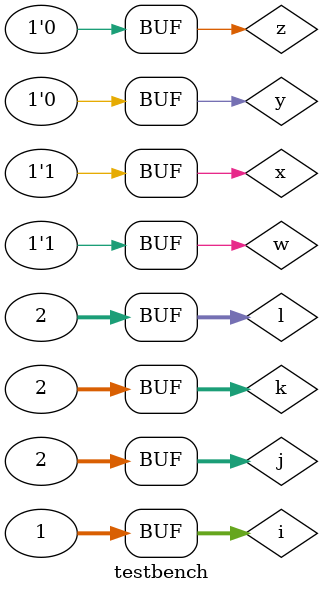
<source format=v>
module testbench;
reg x,y,z,w;
integer i,j,k,l;
wire oa,ob,oc,od,oe,of,og;
A a_instance(.oa(oa), .x(x),.y(y),.z(z), .w(w));
B b_instance(.ob(ob), .x(x),.y(y),.z(z), .w(w));
C c_instance(.oc(oc), .x(x),.y(y),.z(z), .w(w));
D d_instance(.od(od), .x(x),.y(y),.z(z), .w(w));
E e_instance(.oe(oe), .x(x),.y(y),.z(z), .w(w));
F f_instance(.of(of), .x(x),.y(y),.z(z), .w(w));
G g_instance(.og(og), .x(x),.y(y),.z(z), .w(w));
initial begin
$dumpvars();
$display("23b1060: Madhav R Babu");
$monitor("x: %b y:%b z:%b w:%b A:%b B:%b B:%b D:%b E:%b F:%b G:%b", x, y,z,w,oa,ob,oc,od,oe,of,og);
x=0; y=0; z=0; w=0; #1;
for(i=0; i<1; i=i+1) begin
    for(j=0; j<2; j=j+1) begin
        for(k=0; k<2; k=k+1) begin
            for(l=0; l<2; l=l+1) begin
                x=i; y=j; z=k; w=l;
                #1;
                end
            end
        end
    end
x=1; y=0; z=0; w=0; #1;
x=1; y=0; z=0; w=1; #1;
end
endmodule
</source>
